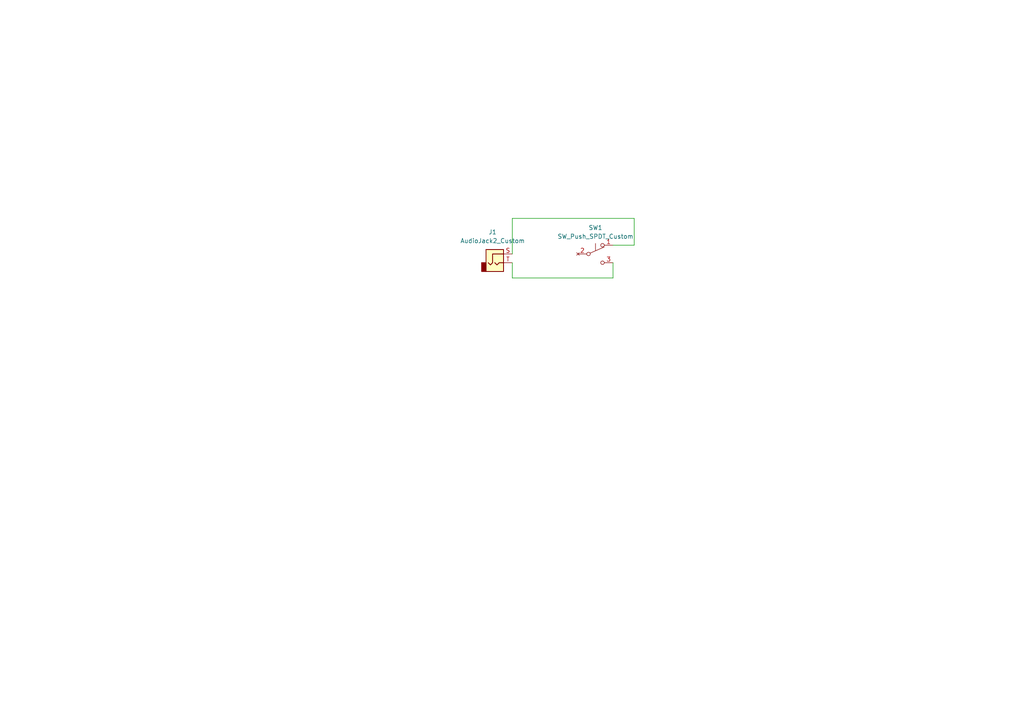
<source format=kicad_sch>
(kicad_sch (version 20211123) (generator eeschema)
  (paper "A4")
  (lib_symbols
    (symbol "User_Global_Symbol_Library:AudioJack2_Custom"
      (property "Reference" "J" (at 0 8.89 0))
      (property "Value" "AudioJack2_Custom" (at 0 6.35 0))
      (symbol "AudioJack2_Custom_0_1"
        (rectangle (start -3.81 0) (end -2.54 -2.54) (stroke (width 0.254)) (fill (type outline)))
        (rectangle (start -2.54 3.81) (end 2.54 -2.54) (stroke (width 0.254)) (fill (type background)))
        (polyline (pts (xy 0 0) (xy 0.635 -0.635) (xy 1.27 0) (xy 2.54 0)) (stroke (width 0.254)))
        (polyline (pts (xy 2.54 2.54) (xy -0.635 2.54) (xy -0.635 0) (xy -1.27 -0.635) (xy -1.905 0)) (stroke (width 0.254)))
      )
      (symbol "AudioJack2_Custom_1_1"
        (pin power_out line (at 5.08 2.54 180) (length 2.54) (name "~") (number "S"))
        (pin passive line (at 5.08 0 180) (length 2.54) (name "~") (number "T"))
      )
    )
    (symbol "User_Global_Symbol_Library:SW_Push_SPDT_Custom" (pin_names (offset 0) hide)
      (property "Reference" "SW" (at 0 4.318 0))
      (property "Value" "SW_Push_SPDT_Custom" (at 0 -5.08 0))
      (symbol "SW_Push_SPDT_Custom_0_0"
        (circle (center -2.032 0) (radius 0.508))
        (polyline (pts (xy 0 1.016) (xy 0 3.048)))
        (circle (center 2.032 -2.54) (radius 0.508))
      )
      (symbol "SW_Push_SPDT_Custom_0_1"
        (polyline (pts (xy -1.524 0.254) (xy 2.54 2.032)))
        (circle (center 2.032 2.54) (radius 0.508))
      )
      (symbol "SW_Push_SPDT_Custom_1_1"
        (pin passive line (at 5.08 2.54 180) (length 2.54) (name "A") (number "1"))
        (pin no_connect line (at -5.08 0 0) (length 2.54) (name "B") (number "2"))
        (pin passive line (at 5.08 -2.54 180) (length 2.54) (name "C") (number "3"))
      )
    )
  )
  (wire (pts (xy 148.59 76.2) (xy 148.59 80.6196)))
  (wire (pts (xy 148.59 63.3476) (xy 183.9468 63.3476)))
  (wire (pts (xy 148.59 80.6196) (xy 177.8 80.6196)))
  (wire (pts (xy 177.8 80.6196) (xy 177.8 76.2)))
  (wire (pts (xy 183.9468 63.3476) (xy 183.9468 71.12)))
  (wire (pts (xy 148.59 73.66) (xy 148.59 63.3476)))
  (wire (pts (xy 183.9468 71.12) (xy 177.8 71.12)))
  (symbol (lib_id "User_Global_Symbol_Library:SW_Push_SPDT_Custom") (at 172.72 73.66 0) (unit 1)
    (property "Reference" "SW1" (at 172.72 66.04 0))
    (property "Value" "SW_Push_SPDT_Custom" (at 172.72 68.58 0))
    (property "Footprint" "User_Global_Library:SPDT_Limit_Micro_Switch" (effects hide))
  )
  (symbol (lib_id "User_Global_Symbol_Library:AudioJack2_Custom") (at 143.51 76.2 0) (unit 1)
    (property "Reference" "J1" (at 142.875 67.31 0))
    (property "Value" "AudioJack2_Custom" (at 142.875 69.85 0))
    (property "Footprint" "User_Global_Library:35RAPC2AHN2" (effects hide))
  )
)
</source>
